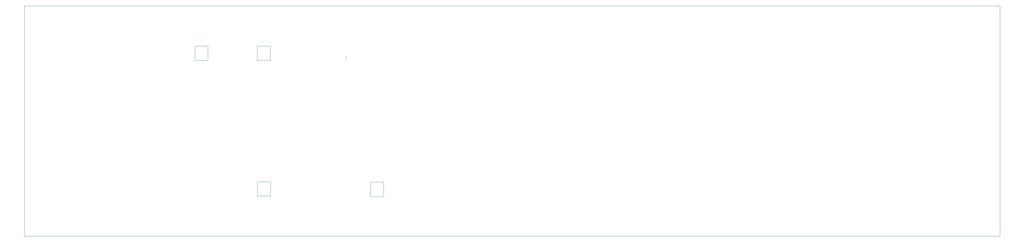
<source format=gtp>
*%FSLAX23Y23*%
*%MOIN*%
G01*
D11*
X4105Y6604D02*
X15837D01*
Y9379D02*
X4105D01*
Y6604D01*
X15837D02*
Y9379D01*
D22*
X15125Y8629D02*
D03*
Y7189D02*
D03*
D38*
X14885Y7754D02*
D03*
X14880Y8459D02*
D03*
X14885Y9169D02*
D03*
Y7049D02*
D03*
X13420Y8814D02*
D03*
X13425Y7819D02*
D03*
Y8304D02*
D03*
Y7309D02*
D03*
D56*
X12461Y8620D02*
D03*
X12441D02*
D03*
X12422D02*
D03*
X12402D02*
D03*
X12382D02*
D03*
X12363D02*
D03*
X12343D02*
D03*
X12323D02*
D03*
X12304D02*
D03*
X12284D02*
D03*
X12264D02*
D03*
X12244D02*
D03*
X12461Y8975D02*
D03*
X12244D02*
D03*
X12264D02*
D03*
X12284D02*
D03*
X12304D02*
D03*
X12323D02*
D03*
X12343D02*
D03*
X12363D02*
D03*
X12382D02*
D03*
X12402D02*
D03*
X12422D02*
D03*
X12441D02*
D03*
D57*
X11370Y8599D02*
D03*
X11350D02*
D03*
X11331D02*
D03*
X11311D02*
D03*
X11291D02*
D03*
X11272D02*
D03*
X11252D02*
D03*
X11232D02*
D03*
X11212D02*
D03*
X11193D02*
D03*
X11173D02*
D03*
X11154D02*
D03*
X11134D02*
D03*
X11114D02*
D03*
X11094D02*
D03*
X11075D02*
D03*
X11055D02*
D03*
X11035D02*
D03*
X11016D02*
D03*
X10996D02*
D03*
X10976D02*
D03*
X10957D02*
D03*
X10937D02*
D03*
X10917D02*
D03*
X10898D02*
D03*
X10878D02*
D03*
X10858D02*
D03*
X10838D02*
D03*
X10819D02*
D03*
X10799D02*
D03*
X10779D02*
D03*
X10760D02*
D03*
X10740D02*
D03*
X10720D02*
D03*
X10701D02*
D03*
X10681D02*
D03*
X10661D02*
D03*
X10642D02*
D03*
X10622D02*
D03*
X10602D02*
D03*
X10583D02*
D03*
X10563D02*
D03*
X10543D02*
D03*
X10524D02*
D03*
X10504D02*
D03*
X10484D02*
D03*
X10464D02*
D03*
X10445D02*
D03*
X10425D02*
D03*
X10405D02*
D03*
X10386D02*
D03*
X10366D02*
D03*
X11370Y7423D02*
D03*
X10366D02*
D03*
X10386D02*
D03*
X10405D02*
D03*
X10425D02*
D03*
X10445D02*
D03*
X10464D02*
D03*
X10484D02*
D03*
X10504D02*
D03*
X10524D02*
D03*
X10543D02*
D03*
X10563D02*
D03*
X10583D02*
D03*
X10602D02*
D03*
X10622D02*
D03*
X10642D02*
D03*
X10661D02*
D03*
X10681D02*
D03*
X10701D02*
D03*
X10720D02*
D03*
X10740D02*
D03*
X10760D02*
D03*
X10779D02*
D03*
X10799D02*
D03*
X10819D02*
D03*
X10838D02*
D03*
X10858D02*
D03*
X10878D02*
D03*
X10898D02*
D03*
X10917D02*
D03*
X10937D02*
D03*
X10957D02*
D03*
X10976D02*
D03*
X10996D02*
D03*
X11016D02*
D03*
X11035D02*
D03*
X11055D02*
D03*
X11075D02*
D03*
X11094D02*
D03*
X11114D02*
D03*
X11134D02*
D03*
X11154D02*
D03*
X11173D02*
D03*
X11193D02*
D03*
X11212D02*
D03*
X11232D02*
D03*
X11252D02*
D03*
X11272D02*
D03*
X11291D02*
D03*
X11311D02*
D03*
X11331D02*
D03*
X11350D02*
D03*
D60*
X9425Y7294D02*
D03*
X9393D02*
D03*
X9362D02*
D03*
X9330D02*
D03*
X9299D02*
D03*
X9267D02*
D03*
X9236D02*
D03*
X9204D02*
D03*
X9207Y6959D02*
D03*
X9239D02*
D03*
X9270D02*
D03*
X9302D02*
D03*
X9333D02*
D03*
X9365D02*
D03*
X9396D02*
D03*
X9428D02*
D03*
D61*
X11933Y6885D02*
D03*
X12010D02*
D03*
X11984D02*
D03*
X12010Y6761D02*
D03*
X11984D02*
D03*
X11959D02*
D03*
X11933D02*
D03*
X11959Y6885D02*
D03*
X12483D02*
D03*
X12560D02*
D03*
X12534D02*
D03*
X12560Y6761D02*
D03*
X12534D02*
D03*
X12509D02*
D03*
X12483D02*
D03*
X12509Y6885D02*
D03*
D63*
X8940Y8109D02*
D03*
X8966D02*
D03*
X8991D02*
D03*
X9017D02*
D03*
X9042D02*
D03*
X9068D02*
D03*
X9094D02*
D03*
X9119D02*
D03*
Y8361D02*
D03*
X9094D02*
D03*
X9068D02*
D03*
X9042D02*
D03*
X9017D02*
D03*
X8991D02*
D03*
X8966D02*
D03*
X8940D02*
D03*
Y8614D02*
D03*
X8966D02*
D03*
X8991D02*
D03*
X9017D02*
D03*
X9042D02*
D03*
X9068D02*
D03*
X9094D02*
D03*
X9119D02*
D03*
Y8866D02*
D03*
X9094D02*
D03*
X9068D02*
D03*
X9042D02*
D03*
X9017D02*
D03*
X8991D02*
D03*
X8966D02*
D03*
X8940D02*
D03*
D69*
X15125Y8853D02*
D03*
X15175Y8629D02*
D03*
X15225D02*
D03*
X15275D02*
D03*
Y8853D02*
D03*
X15225D02*
D03*
X15175D02*
D03*
X15125Y7413D02*
D03*
X15175Y7189D02*
D03*
X15225D02*
D03*
X15275D02*
D03*
Y7413D02*
D03*
X15225D02*
D03*
X15175D02*
D03*
D77*
X13625Y9224D02*
D03*
Y9299D02*
D03*
X13910Y9224D02*
D03*
Y9299D02*
D03*
X13570Y8074D02*
D03*
Y7999D02*
D03*
X13855Y8074D02*
D03*
Y7999D02*
D03*
X13865Y8519D02*
D03*
Y8444D02*
D03*
X13580Y8519D02*
D03*
Y8444D02*
D03*
X13865Y7594D02*
D03*
Y7519D02*
D03*
X13580Y7594D02*
D03*
Y7519D02*
D03*
X10740Y6944D02*
D03*
X10665D02*
D03*
X10595D02*
D03*
X10520D02*
D03*
X10440D02*
D03*
X10365D02*
D03*
D78*
X10702Y6864D02*
D03*
X10557D02*
D03*
X10402D02*
D03*
D82*
X11456Y8513D02*
D03*
Y8493D02*
D03*
Y8474D02*
D03*
Y8454D02*
D03*
Y8434D02*
D03*
Y8415D02*
D03*
Y8395D02*
D03*
Y8375D02*
D03*
Y8356D02*
D03*
Y8336D02*
D03*
Y8316D02*
D03*
Y8296D02*
D03*
Y8277D02*
D03*
Y8257D02*
D03*
Y8237D02*
D03*
Y8218D02*
D03*
Y8198D02*
D03*
Y8178D02*
D03*
Y8159D02*
D03*
Y8139D02*
D03*
Y8080D02*
D03*
Y8060D02*
D03*
Y8041D02*
D03*
Y8021D02*
D03*
Y8001D02*
D03*
Y7982D02*
D03*
Y7962D02*
D03*
Y7942D02*
D03*
Y7922D02*
D03*
Y7903D02*
D03*
Y7883D02*
D03*
Y7863D02*
D03*
Y7844D02*
D03*
Y7824D02*
D03*
Y7804D02*
D03*
Y7785D02*
D03*
Y7765D02*
D03*
Y7745D02*
D03*
Y7726D02*
D03*
Y7706D02*
D03*
Y7686D02*
D03*
Y7666D02*
D03*
Y7647D02*
D03*
Y7627D02*
D03*
Y7608D02*
D03*
Y7588D02*
D03*
Y7568D02*
D03*
Y7548D02*
D03*
Y7529D02*
D03*
Y7509D02*
D03*
X10280Y8513D02*
D03*
Y8493D02*
D03*
Y8474D02*
D03*
Y8454D02*
D03*
Y8434D02*
D03*
Y8415D02*
D03*
Y8395D02*
D03*
Y8375D02*
D03*
Y8356D02*
D03*
Y8336D02*
D03*
Y8316D02*
D03*
Y8296D02*
D03*
Y8277D02*
D03*
Y8257D02*
D03*
Y8237D02*
D03*
Y8218D02*
D03*
Y8198D02*
D03*
Y8159D02*
D03*
Y8139D02*
D03*
X11456Y8100D02*
D03*
Y8119D02*
D03*
X10280Y8178D02*
D03*
Y8119D02*
D03*
Y8100D02*
D03*
Y8080D02*
D03*
Y8060D02*
D03*
Y8041D02*
D03*
Y8021D02*
D03*
Y8001D02*
D03*
Y7982D02*
D03*
Y7962D02*
D03*
Y7942D02*
D03*
Y7922D02*
D03*
Y7903D02*
D03*
Y7883D02*
D03*
Y7863D02*
D03*
Y7844D02*
D03*
Y7824D02*
D03*
Y7804D02*
D03*
Y7785D02*
D03*
Y7765D02*
D03*
Y7745D02*
D03*
Y7726D02*
D03*
Y7706D02*
D03*
Y7686D02*
D03*
Y7666D02*
D03*
Y7647D02*
D03*
Y7627D02*
D03*
Y7608D02*
D03*
Y7588D02*
D03*
Y7568D02*
D03*
Y7548D02*
D03*
Y7529D02*
D03*
Y7509D02*
D03*
D83*
X9149Y7235D02*
D03*
Y7204D02*
D03*
Y7172D02*
D03*
Y7141D02*
D03*
Y7109D02*
D03*
Y7078D02*
D03*
Y7046D02*
D03*
Y7015D02*
D03*
X9484Y7017D02*
D03*
Y7048D02*
D03*
Y7080D02*
D03*
Y7111D02*
D03*
Y7143D02*
D03*
Y7174D02*
D03*
Y7206D02*
D03*
Y7237D02*
D03*
D88*
X11261Y7144D02*
D03*
Y7118D02*
D03*
Y7093D02*
D03*
Y7067D02*
D03*
Y7042D02*
D03*
Y7016D02*
D03*
Y6990D02*
D03*
Y6965D02*
D03*
Y6939D02*
D03*
Y6914D02*
D03*
X11056D02*
D03*
Y6939D02*
D03*
Y6965D02*
D03*
Y6990D02*
D03*
Y7016D02*
D03*
Y7042D02*
D03*
Y7067D02*
D03*
Y7093D02*
D03*
Y7118D02*
D03*
Y7144D02*
D03*
D89*
X13705Y9261D02*
D03*
X13990D02*
D03*
X13650Y8036D02*
D03*
X13935D02*
D03*
X13945Y8481D02*
D03*
X13660D02*
D03*
X13945Y7556D02*
D03*
X13660D02*
D03*
D96*
X15180Y8434D02*
D03*
X15270D02*
D03*
X15185Y7729D02*
D03*
X15275D02*
D03*
X14970Y8239D02*
D03*
X14880D02*
D03*
X15185Y9144D02*
D03*
X15275D02*
D03*
X15270Y8359D02*
D03*
X15180D02*
D03*
X14975Y8949D02*
D03*
X14885D02*
D03*
X15275Y9069D02*
D03*
X15185D02*
D03*
Y7024D02*
D03*
X15275D02*
D03*
Y6949D02*
D03*
X15185D02*
D03*
X14975Y7534D02*
D03*
X14885D02*
D03*
X15275Y7654D02*
D03*
X15185D02*
D03*
X14885Y6829D02*
D03*
X14975D02*
D03*
X13095Y7799D02*
D03*
X13185D02*
D03*
X13095Y7874D02*
D03*
X13185D02*
D03*
X13095Y7949D02*
D03*
X13185D02*
D03*
X13095Y8024D02*
D03*
X13185D02*
D03*
X13095Y8099D02*
D03*
X13185D02*
D03*
X13095Y8174D02*
D03*
X13185D02*
D03*
X13095Y8249D02*
D03*
X13185D02*
D03*
X13095Y8324D02*
D03*
X13185D02*
D03*
X13095Y8399D02*
D03*
X13185D02*
D03*
X13095Y8474D02*
D03*
X13185D02*
D03*
X13095Y8549D02*
D03*
X13185D02*
D03*
X13095Y8624D02*
D03*
X13185D02*
D03*
X13095Y8699D02*
D03*
X13185D02*
D03*
X13095Y8774D02*
D03*
X13185D02*
D03*
X13095Y8849D02*
D03*
X13185D02*
D03*
X13720Y8889D02*
D03*
X13630D02*
D03*
X13810Y9129D02*
D03*
X13900D02*
D03*
X14295Y8184D02*
D03*
X14205D02*
D03*
X13855Y9054D02*
D03*
X13945D02*
D03*
Y8979D02*
D03*
X13855D02*
D03*
X13095Y7124D02*
D03*
X13185D02*
D03*
X13095Y7199D02*
D03*
X13185D02*
D03*
X13095Y7274D02*
D03*
X13185D02*
D03*
X13095Y7349D02*
D03*
X13185D02*
D03*
X13095Y7424D02*
D03*
X13185D02*
D03*
X13095Y7499D02*
D03*
X13185D02*
D03*
X13095Y7574D02*
D03*
X13185D02*
D03*
X13095Y7649D02*
D03*
X13185D02*
D03*
X13095Y7724D02*
D03*
X13185D02*
D03*
X13425Y7089D02*
D03*
X13515D02*
D03*
X14290Y7534D02*
D03*
X14200D02*
D03*
X14290Y7264D02*
D03*
X14200D02*
D03*
X12940Y9324D02*
D03*
X13030D02*
D03*
X12940Y7799D02*
D03*
X13030D02*
D03*
Y7874D02*
D03*
X12940D02*
D03*
Y7949D02*
D03*
X13030D02*
D03*
X12940Y8024D02*
D03*
X13030D02*
D03*
Y8099D02*
D03*
X12940D02*
D03*
Y8174D02*
D03*
X13030D02*
D03*
X12940Y8249D02*
D03*
X13030D02*
D03*
Y8324D02*
D03*
X12940D02*
D03*
X13030Y8699D02*
D03*
X12940D02*
D03*
X13030Y8549D02*
D03*
X12940D02*
D03*
Y8399D02*
D03*
X13030D02*
D03*
X12940Y8474D02*
D03*
X13030D02*
D03*
X12940Y8624D02*
D03*
X13030D02*
D03*
X12940Y8774D02*
D03*
X13030D02*
D03*
X12940Y8849D02*
D03*
X13030D02*
D03*
X12940Y9174D02*
D03*
X13030D02*
D03*
X12940Y9249D02*
D03*
X13030D02*
D03*
X12575Y9209D02*
D03*
X12485D02*
D03*
X12625Y8274D02*
D03*
X12535D02*
D03*
X12375Y8274D02*
D03*
X12465D02*
D03*
X11820Y8239D02*
D03*
X11910D02*
D03*
X11590Y8584D02*
D03*
X11500D02*
D03*
X12940Y7124D02*
D03*
X13030D02*
D03*
Y7199D02*
D03*
X12940D02*
D03*
Y7274D02*
D03*
X13030D02*
D03*
X12940Y7349D02*
D03*
X13030D02*
D03*
Y7424D02*
D03*
X12940D02*
D03*
Y7499D02*
D03*
X13030D02*
D03*
X12940Y7574D02*
D03*
X13030D02*
D03*
Y7649D02*
D03*
X12940D02*
D03*
Y7724D02*
D03*
X13030D02*
D03*
X12380Y7694D02*
D03*
X12470D02*
D03*
X12625D02*
D03*
X12535D02*
D03*
X11820Y7559D02*
D03*
X11910D02*
D03*
X11900Y7039D02*
D03*
X11990D02*
D03*
Y7114D02*
D03*
X11900D02*
D03*
X11990Y7189D02*
D03*
X11900D02*
D03*
Y7264D02*
D03*
X11990D02*
D03*
X10950Y7039D02*
D03*
X10860D02*
D03*
X10950Y6964D02*
D03*
X10860D02*
D03*
X10950Y6889D02*
D03*
X10860D02*
D03*
X11130Y7209D02*
D03*
X11220D02*
D03*
X9995Y7503D02*
D03*
X10085D02*
D03*
X9060Y8459D02*
D03*
X8970D02*
D03*
X9065Y8964D02*
D03*
X8975D02*
D03*
X9360Y8509D02*
D03*
X9270D02*
D03*
X9400Y7609D02*
D03*
X9310D02*
D03*
X9110D02*
D03*
X9200D02*
D03*
X8840Y7044D02*
D03*
X8930D02*
D03*
Y7119D02*
D03*
X8840D02*
D03*
X8610Y7254D02*
D03*
X8700D02*
D03*
X6570Y7439D02*
D03*
X6660D02*
D03*
X6730D02*
D03*
X6820D02*
D03*
X6660Y7364D02*
D03*
X6570D02*
D03*
X5190Y7979D02*
D03*
X5280D02*
D03*
X5190Y8529D02*
D03*
X5280D02*
D03*
X5190Y8229D02*
D03*
X5280D02*
D03*
D99*
X12650Y6796D02*
D03*
X12810D02*
D03*
X12650Y6770D02*
D03*
X12810D02*
D03*
X12650Y6745D02*
D03*
X12810D02*
D03*
X12650Y6719D02*
D03*
X12810D02*
D03*
X12650Y6931D02*
D03*
X12810D02*
D03*
X12650Y6905D02*
D03*
X12810D02*
D03*
X12650Y6880D02*
D03*
X12810D02*
D03*
X12650Y6854D02*
D03*
X12810D02*
D03*
X12100Y6796D02*
D03*
X12260D02*
D03*
X12100Y6770D02*
D03*
X12260D02*
D03*
X12100Y6745D02*
D03*
X12260D02*
D03*
X12100Y6719D02*
D03*
X12260D02*
D03*
X12100Y6931D02*
D03*
X12260D02*
D03*
X12100Y6905D02*
D03*
X12260D02*
D03*
X12100Y6880D02*
D03*
X12260D02*
D03*
X12100Y6854D02*
D03*
X12260D02*
D03*
D100*
X8163Y8661D02*
D03*
Y8721D02*
D03*
Y8781D02*
D03*
Y8841D02*
D03*
D101*
X12575Y9304D02*
D03*
X12440D02*
D03*
X8610Y8669D02*
D03*
X8475D02*
D03*
X8610Y8164D02*
D03*
X8475D02*
D03*
X9935Y8979D02*
D03*
X9800D02*
D03*
X9860Y8419D02*
D03*
X9725D02*
D03*
X9860Y8309D02*
D03*
X9725D02*
D03*
D102*
X13695Y6870D02*
D03*
Y7009D02*
D03*
X13185Y6998D02*
D03*
Y6859D02*
D03*
X12670Y9092D02*
D03*
Y8953D02*
D03*
X11765Y7353D02*
D03*
Y7214D02*
D03*
X10170Y8670D02*
D03*
Y8809D02*
D03*
X10070Y8558D02*
D03*
Y8419D02*
D03*
Y8170D02*
D03*
Y8309D02*
D03*
X10780Y7115D02*
D03*
Y7254D02*
D03*
X8745Y8808D02*
D03*
Y8669D02*
D03*
Y8303D02*
D03*
Y8164D02*
D03*
X7780Y7207D02*
D03*
Y7068D02*
D03*
X6415Y7213D02*
D03*
Y7074D02*
D03*
D105*
X14915Y8784D02*
D03*
Y8694D02*
D03*
X14990Y8784D02*
D03*
Y8694D02*
D03*
X14805Y7809D02*
D03*
Y7719D02*
D03*
X14800Y8204D02*
D03*
Y8294D02*
D03*
Y8449D02*
D03*
Y8359D02*
D03*
X14805Y8979D02*
D03*
Y9069D02*
D03*
Y9224D02*
D03*
Y9134D02*
D03*
Y6794D02*
D03*
Y6884D02*
D03*
Y7039D02*
D03*
Y6949D02*
D03*
Y7564D02*
D03*
Y7654D02*
D03*
X14970Y7254D02*
D03*
Y7344D02*
D03*
X14895Y7254D02*
D03*
Y7344D02*
D03*
X14060Y9304D02*
D03*
Y9214D02*
D03*
X13720Y7989D02*
D03*
Y8079D02*
D03*
X13795Y7989D02*
D03*
Y8079D02*
D03*
X14005D02*
D03*
Y7989D02*
D03*
X13270Y7779D02*
D03*
Y7869D02*
D03*
X13345Y7779D02*
D03*
Y7869D02*
D03*
X13730Y7794D02*
D03*
Y7884D02*
D03*
X13345Y8259D02*
D03*
Y8349D02*
D03*
X13270Y8259D02*
D03*
Y8349D02*
D03*
Y8194D02*
D03*
Y8104D02*
D03*
X13345D02*
D03*
Y8194D02*
D03*
X13730Y8279D02*
D03*
Y8369D02*
D03*
X13260Y8774D02*
D03*
Y8864D02*
D03*
X13335Y8774D02*
D03*
Y8864D02*
D03*
Y8614D02*
D03*
Y8704D02*
D03*
X13260D02*
D03*
Y8614D02*
D03*
X13420Y8609D02*
D03*
Y8519D02*
D03*
X14015Y8524D02*
D03*
Y8434D02*
D03*
X13805D02*
D03*
Y8524D02*
D03*
X13730Y8434D02*
D03*
Y8524D02*
D03*
X13775Y9214D02*
D03*
Y9304D02*
D03*
X13850Y9214D02*
D03*
Y9304D02*
D03*
X14245Y8909D02*
D03*
Y8819D02*
D03*
X13425Y8104D02*
D03*
Y8014D02*
D03*
X13730Y7509D02*
D03*
Y7599D02*
D03*
X14015Y7509D02*
D03*
Y7599D02*
D03*
X13805Y7509D02*
D03*
Y7599D02*
D03*
X13730Y7284D02*
D03*
Y7374D02*
D03*
X13270Y7264D02*
D03*
Y7354D02*
D03*
X13345Y7264D02*
D03*
Y7354D02*
D03*
X13270Y7199D02*
D03*
Y7109D02*
D03*
X13345D02*
D03*
Y7199D02*
D03*
X13425Y7619D02*
D03*
Y7529D02*
D03*
X13270Y7709D02*
D03*
Y7619D02*
D03*
X13345D02*
D03*
Y7709D02*
D03*
X13830Y6984D02*
D03*
Y6894D02*
D03*
X13320Y6884D02*
D03*
Y6974D02*
D03*
X12705Y8774D02*
D03*
Y8864D02*
D03*
X12805Y8934D02*
D03*
Y9024D02*
D03*
X12880Y8934D02*
D03*
Y9024D02*
D03*
X12610Y8554D02*
D03*
Y8644D02*
D03*
X12415Y6854D02*
D03*
Y6764D02*
D03*
X11865Y6849D02*
D03*
Y6759D02*
D03*
X11520Y7299D02*
D03*
Y7389D02*
D03*
X11765Y7124D02*
D03*
Y7034D02*
D03*
X10010Y8979D02*
D03*
Y8889D02*
D03*
X10210Y8279D02*
D03*
Y8189D02*
D03*
X9935Y8399D02*
D03*
Y8489D02*
D03*
Y8329D02*
D03*
Y8239D02*
D03*
X10540Y6704D02*
D03*
Y6794D02*
D03*
X10690Y6704D02*
D03*
Y6794D02*
D03*
X10390Y6704D02*
D03*
Y6794D02*
D03*
X10465D02*
D03*
Y6704D02*
D03*
X10615Y6794D02*
D03*
Y6704D02*
D03*
X10315Y6794D02*
D03*
Y6704D02*
D03*
X11035Y7279D02*
D03*
Y7189D02*
D03*
X8880Y8669D02*
D03*
Y8759D02*
D03*
Y8164D02*
D03*
Y8254D02*
D03*
X9530Y8089D02*
D03*
Y8179D02*
D03*
X8945Y7299D02*
D03*
Y7389D02*
D03*
X7235Y9124D02*
D03*
Y9034D02*
D03*
X8238Y8786D02*
D03*
Y8876D02*
D03*
Y8626D02*
D03*
Y8716D02*
D03*
X7235Y6859D02*
D03*
Y6949D02*
D03*
X6480Y9129D02*
D03*
Y9039D02*
D03*
D110*
X15109Y7754D02*
D03*
X14885Y7704D02*
D03*
Y7654D02*
D03*
Y7604D02*
D03*
X15109D02*
D03*
Y7654D02*
D03*
Y7704D02*
D03*
X15104Y8409D02*
D03*
Y8359D02*
D03*
Y8309D02*
D03*
X14880D02*
D03*
Y8359D02*
D03*
Y8409D02*
D03*
X15104Y8459D02*
D03*
X15109Y9169D02*
D03*
X14885Y9119D02*
D03*
Y9069D02*
D03*
Y9019D02*
D03*
X15109D02*
D03*
Y9069D02*
D03*
Y9119D02*
D03*
Y6999D02*
D03*
Y6949D02*
D03*
Y6899D02*
D03*
X14885D02*
D03*
Y6949D02*
D03*
Y6999D02*
D03*
X15109Y7049D02*
D03*
X13644Y8814D02*
D03*
X13420Y8764D02*
D03*
Y8714D02*
D03*
Y8664D02*
D03*
X13644D02*
D03*
Y8714D02*
D03*
Y8764D02*
D03*
X13649Y7819D02*
D03*
X13425Y7769D02*
D03*
Y7719D02*
D03*
Y7669D02*
D03*
X13649D02*
D03*
Y7719D02*
D03*
Y7769D02*
D03*
Y8304D02*
D03*
X13425Y8254D02*
D03*
Y8204D02*
D03*
Y8154D02*
D03*
X13649D02*
D03*
Y8204D02*
D03*
Y8254D02*
D03*
Y7309D02*
D03*
X13425Y7259D02*
D03*
Y7209D02*
D03*
Y7159D02*
D03*
X13649D02*
D03*
Y7209D02*
D03*
Y7259D02*
D03*
D112*
X4733Y8077D02*
D03*
Y8127D02*
D03*
Y8177D02*
D03*
Y8227D02*
D03*
Y8277D02*
D03*
Y8327D02*
D03*
Y8377D02*
D03*
Y8427D02*
D03*
Y8477D02*
D03*
Y8527D02*
D03*
X5108Y8077D02*
D03*
Y8127D02*
D03*
Y8177D02*
D03*
Y8227D02*
D03*
Y8277D02*
D03*
Y8327D02*
D03*
Y8377D02*
D03*
Y8427D02*
D03*
Y8477D02*
D03*
Y8527D02*
D03*
X4733Y7527D02*
D03*
X4733Y7577D02*
D03*
Y7627D02*
D03*
Y7677D02*
D03*
Y7727D02*
D03*
Y7777D02*
D03*
Y7827D02*
D03*
Y7877D02*
D03*
Y7927D02*
D03*
Y7977D02*
D03*
X5108Y7527D02*
D03*
Y7577D02*
D03*
Y7627D02*
D03*
Y7677D02*
D03*
Y7727D02*
D03*
Y7777D02*
D03*
Y7827D02*
D03*
Y7877D02*
D03*
Y7927D02*
D03*
Y7977D02*
D03*
D114*
X4740Y7334D02*
D03*
X4590D02*
D03*
X4740Y7234D02*
D03*
X4590D02*
D03*
Y7134D02*
D03*
X4740D02*
D03*
D115*
X12532Y8906D02*
D03*
Y8886D02*
D03*
Y8867D02*
D03*
Y8847D02*
D03*
Y8827D02*
D03*
Y8808D02*
D03*
Y8788D02*
D03*
Y8768D02*
D03*
Y8749D02*
D03*
Y8729D02*
D03*
Y8709D02*
D03*
Y8689D02*
D03*
X12175Y8688D02*
D03*
Y8708D02*
D03*
Y8728D02*
D03*
Y8748D02*
D03*
Y8767D02*
D03*
Y8787D02*
D03*
Y8807D02*
D03*
Y8826D02*
D03*
Y8846D02*
D03*
Y8866D02*
D03*
Y8885D02*
D03*
Y8905D02*
D03*
D116*
X9440Y8584D02*
D03*
Y8634D02*
D03*
Y8684D02*
D03*
Y8734D02*
D03*
Y8784D02*
D03*
Y8834D02*
D03*
Y8884D02*
D03*
Y8934D02*
D03*
X9196D02*
D03*
Y8884D02*
D03*
Y8834D02*
D03*
Y8784D02*
D03*
Y8734D02*
D03*
Y8684D02*
D03*
Y8634D02*
D03*
Y8584D02*
D03*
Y8084D02*
D03*
Y8134D02*
D03*
Y8184D02*
D03*
Y8234D02*
D03*
Y8284D02*
D03*
Y8334D02*
D03*
Y8384D02*
D03*
Y8434D02*
D03*
X9440D02*
D03*
Y8384D02*
D03*
Y8334D02*
D03*
Y8284D02*
D03*
Y8234D02*
D03*
Y8184D02*
D03*
Y8134D02*
D03*
Y8084D02*
D03*
D122*
X14414Y9329D02*
D03*
Y9279D02*
D03*
Y9229D02*
D03*
Y9179D02*
D03*
Y9129D02*
D03*
Y9079D02*
D03*
Y9029D02*
D03*
Y8979D02*
D03*
X14170D02*
D03*
Y9029D02*
D03*
Y9079D02*
D03*
Y9129D02*
D03*
Y9179D02*
D03*
Y9229D02*
D03*
Y9279D02*
D03*
Y9329D02*
D03*
Y7959D02*
D03*
Y7909D02*
D03*
Y7859D02*
D03*
Y7809D02*
D03*
Y7759D02*
D03*
Y7709D02*
D03*
Y7659D02*
D03*
Y7609D02*
D03*
X14414D02*
D03*
Y7659D02*
D03*
Y7709D02*
D03*
Y7759D02*
D03*
Y7809D02*
D03*
Y7859D02*
D03*
Y7909D02*
D03*
Y7959D02*
D03*
Y8604D02*
D03*
Y8554D02*
D03*
Y8504D02*
D03*
Y8454D02*
D03*
Y8404D02*
D03*
Y8354D02*
D03*
Y8304D02*
D03*
Y8254D02*
D03*
X14170D02*
D03*
Y8304D02*
D03*
Y8354D02*
D03*
Y8404D02*
D03*
Y8454D02*
D03*
Y8504D02*
D03*
Y8554D02*
D03*
Y8604D02*
D03*
X14414Y7189D02*
D03*
Y7139D02*
D03*
Y7089D02*
D03*
Y7039D02*
D03*
Y6989D02*
D03*
Y6939D02*
D03*
Y6889D02*
D03*
Y6839D02*
D03*
X14170D02*
D03*
Y6889D02*
D03*
Y6939D02*
D03*
Y6989D02*
D03*
Y7039D02*
D03*
Y7089D02*
D03*
Y7139D02*
D03*
Y7189D02*
D03*
D123*
X12369Y7935D02*
D03*
Y7955D02*
D03*
Y7974D02*
D03*
X12641Y7758D02*
D03*
Y7777D02*
D03*
Y7797D02*
D03*
Y7817D02*
D03*
Y7836D02*
D03*
Y7856D02*
D03*
Y7876D02*
D03*
Y7896D02*
D03*
Y7915D02*
D03*
Y7935D02*
D03*
Y7955D02*
D03*
Y7974D02*
D03*
Y7994D02*
D03*
Y8014D02*
D03*
Y8033D02*
D03*
Y8053D02*
D03*
Y8073D02*
D03*
Y8092D02*
D03*
Y8112D02*
D03*
Y8132D02*
D03*
Y8151D02*
D03*
Y8171D02*
D03*
Y8191D02*
D03*
Y8210D02*
D03*
X12369Y8132D02*
D03*
X12369Y8112D02*
D03*
X12369Y8092D02*
D03*
Y8073D02*
D03*
Y7994D02*
D03*
Y7915D02*
D03*
Y7896D02*
D03*
Y7876D02*
D03*
Y7856D02*
D03*
Y7836D02*
D03*
Y7817D02*
D03*
Y7797D02*
D03*
Y7777D02*
D03*
Y7758D02*
D03*
Y8014D02*
D03*
Y8033D02*
D03*
Y8053D02*
D03*
Y8191D02*
D03*
Y8210D02*
D03*
Y8171D02*
D03*
Y8151D02*
D03*
D126*
X7813Y8981D02*
D03*
X8113D02*
D03*
X7813Y8521D02*
D03*
X8113D02*
D03*
D127*
X14709Y8649D02*
D03*
X14570D02*
D03*
X14714Y8004D02*
D03*
X14575D02*
D03*
X14714Y7809D02*
D03*
X14575D02*
D03*
X14709Y8454D02*
D03*
X14570D02*
D03*
X14714Y9229D02*
D03*
X14575D02*
D03*
X14709Y7039D02*
D03*
X14570D02*
D03*
X12804Y9254D02*
D03*
X12665D02*
D03*
X8749Y7119D02*
D03*
X8610D02*
D03*
X7001Y9124D02*
D03*
X7140D02*
D03*
X7001Y6859D02*
D03*
X7140D02*
D03*
X6246Y9129D02*
D03*
X6385D02*
D03*
X6714Y8564D02*
D03*
X6575D02*
D03*
X5962Y8563D02*
D03*
X5823D02*
D03*
X4979Y7334D02*
D03*
X4840D02*
D03*
X5199Y7234D02*
D03*
X5060D02*
D03*
X4979Y7134D02*
D03*
X4840D02*
D03*
D129*
X13540Y6989D02*
D03*
Y6854D02*
D03*
X13030Y7019D02*
D03*
Y6884D02*
D03*
X10935Y7274D02*
D03*
Y7139D02*
D03*
D130*
X14555Y8249D02*
D03*
X14705Y8299D02*
D03*
Y8199D02*
D03*
X14560Y9024D02*
D03*
X14710Y9074D02*
D03*
Y8974D02*
D03*
X14560Y6834D02*
D03*
X14710Y6884D02*
D03*
Y6784D02*
D03*
X14560Y7599D02*
D03*
X14710Y7649D02*
D03*
Y7549D02*
D03*
X13125Y9024D02*
D03*
X12975Y8974D02*
D03*
Y9074D02*
D03*
D135*
X7975Y7168D02*
D03*
Y7068D02*
D03*
Y7268D02*
D03*
X6613Y8907D02*
D03*
Y8707D02*
D03*
Y8807D02*
D03*
X5863D02*
D03*
Y8707D02*
D03*
Y8907D02*
D03*
X6615Y7273D02*
D03*
Y7073D02*
D03*
Y7173D02*
D03*
D138*
X7971Y8731D02*
Y8771D01*
D141*
X8268Y7082D02*
X8424D01*
Y7258D01*
X8268D01*
Y7082D01*
X6906Y8722D02*
X7062D01*
Y8896D01*
X6906D01*
Y8722D01*
X6156D02*
X6312D01*
Y8896D01*
X6156D01*
Y8722D01*
X6908Y7088D02*
X7064D01*
Y7262D01*
X6908D01*
Y7088D01*
D02*
M02*

</source>
